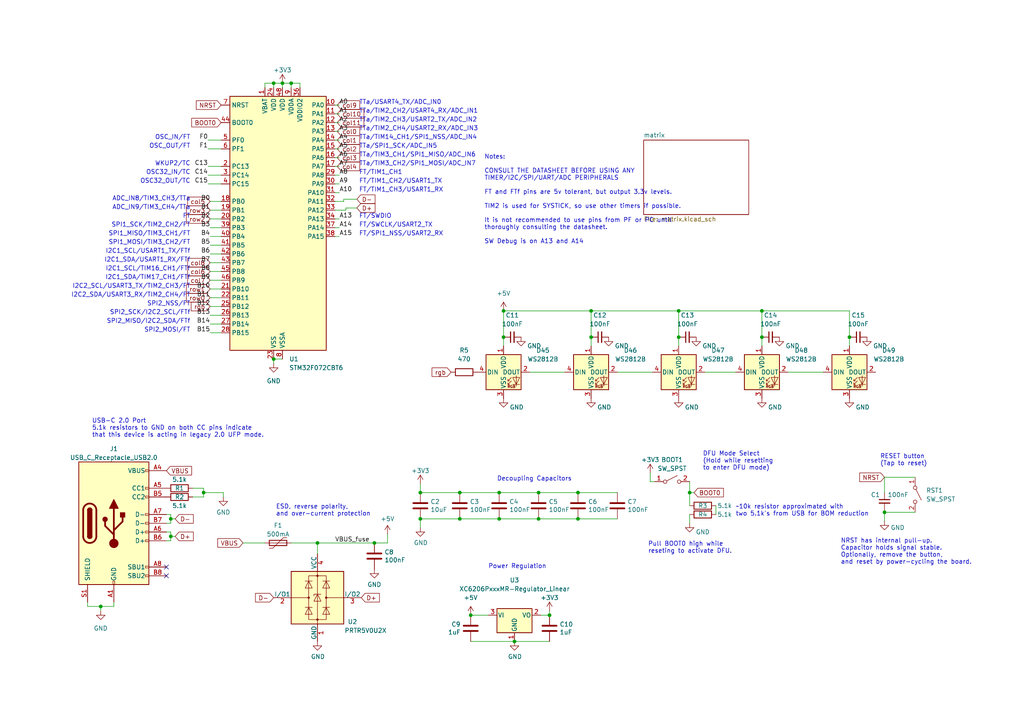
<source format=kicad_sch>
(kicad_sch (version 20231120) (generator "eeschema") (generator_version "8.0")
  (paper "A4")
  (lib_symbols
    (symbol "+5V_1" (power) (pin_names (offset 0))
      (property "Value" "+5V_1" (at 0 3.556 0))
      (symbol "+5V_1_0_1"
        (polyline (pts (xy -0.762 1.27) (xy 0 2.54)))
        (polyline (pts (xy 0 0) (xy 0 2.54)))
        (polyline (pts (xy 0 2.54) (xy 0.762 1.27)))
      )
      (symbol "+5V_1_1_1"
        (pin power_in line (at 0 0 90) (length 0) hide (name "+5V") (number "1"))
      )
    )
    (symbol "Connector:USB_C_Receptacle_USB2.0" (pin_names (offset 1.016))
      (property "Reference" "J" (at -10.16 19.05 0))
      (property "Value" "USB_C_Receptacle_USB2.0" (at 19.05 19.05 0))
      (symbol "USB_C_Receptacle_USB2.0_0_0"
        (rectangle (start -0.254 -17.78) (end 0.254 -16.764))
        (rectangle (start 10.16 -14.986) (end 9.144 -15.494))
        (rectangle (start 10.16 -12.446) (end 9.144 -12.954))
        (rectangle (start 10.16 -4.826) (end 9.144 -5.334))
        (rectangle (start 10.16 -2.286) (end 9.144 -2.794))
        (rectangle (start 10.16 0.254) (end 9.144 -0.254))
        (rectangle (start 10.16 2.794) (end 9.144 2.286))
        (rectangle (start 10.16 7.874) (end 9.144 7.366))
        (rectangle (start 10.16 10.414) (end 9.144 9.906))
        (rectangle (start 10.16 15.494) (end 9.144 14.986))
      )
      (symbol "USB_C_Receptacle_USB2.0_0_1"
        (rectangle (start -10.16 17.78) (end 10.16 -17.78) (stroke (width 0.254)) (fill (type background)))
        (arc (start -8.89 -3.81) (mid -6.985 -5.7067) (end -5.08 -3.81) (stroke (width 0.508)))
        (arc (start -7.62 -3.81) (mid -6.985 -4.4423) (end -6.35 -3.81) (stroke (width 0.254)))
        (arc (start -7.62 -3.81) (mid -6.985 -4.4423) (end -6.35 -3.81) (stroke (width 0.254)) (fill (type outline)))
        (rectangle (start -7.62 -3.81) (end -6.35 3.81) (stroke (width 0.254)) (fill (type outline)))
        (arc (start -6.35 3.81) (mid -6.985 4.4423) (end -7.62 3.81) (stroke (width 0.254)))
        (arc (start -6.35 3.81) (mid -6.985 4.4423) (end -7.62 3.81) (stroke (width 0.254)) (fill (type outline)))
        (arc (start -5.08 3.81) (mid -6.985 5.7067) (end -8.89 3.81) (stroke (width 0.508)))
        (circle (center -2.54 1.143) (radius 0.635) (stroke (width 0.254)) (fill (type outline)))
        (circle (center 0 -5.842) (radius 1.27) (fill (type outline)))
        (polyline (pts (xy -8.89 -3.81) (xy -8.89 3.81)) (stroke (width 0.508)))
        (polyline (pts (xy -5.08 3.81) (xy -5.08 -3.81)) (stroke (width 0.508)))
        (polyline (pts (xy 0 -5.842) (xy 0 4.318)) (stroke (width 0.508)))
        (polyline (pts (xy 0 -3.302) (xy -2.54 -0.762) (xy -2.54 0.508)) (stroke (width 0.508)))
        (polyline (pts (xy 0 -2.032) (xy 2.54 0.508) (xy 2.54 1.778)) (stroke (width 0.508)))
        (polyline (pts (xy -1.27 4.318) (xy 0 6.858) (xy 1.27 4.318) (xy -1.27 4.318)) (stroke (width 0.254)) (fill (type outline)))
        (rectangle (start 1.905 1.778) (end 3.175 3.048) (stroke (width 0.254)) (fill (type outline)))
      )
      (symbol "USB_C_Receptacle_USB2.0_1_1"
        (pin passive line (at 0 -22.86 90) (length 5.08) (name "GND") (number "A1"))
        (pin passive line (at 0 -22.86 90) (length 5.08) hide (name "GND") (number "A12"))
        (pin passive line (at 15.24 15.24 180) (length 5.08) (name "VBUS") (number "A4"))
        (pin bidirectional line (at 15.24 10.16 180) (length 5.08) (name "CC1") (number "A5"))
        (pin bidirectional line (at 15.24 -2.54 180) (length 5.08) (name "D+") (number "A6"))
        (pin bidirectional line (at 15.24 2.54 180) (length 5.08) (name "D-") (number "A7"))
        (pin bidirectional line (at 15.24 -12.7 180) (length 5.08) (name "SBU1") (number "A8"))
        (pin passive line (at 15.24 15.24 180) (length 5.08) hide (name "VBUS") (number "A9"))
        (pin passive line (at 0 -22.86 90) (length 5.08) hide (name "GND") (number "B1"))
        (pin passive line (at 0 -22.86 90) (length 5.08) hide (name "GND") (number "B12"))
        (pin passive line (at 15.24 15.24 180) (length 5.08) hide (name "VBUS") (number "B4"))
        (pin bidirectional line (at 15.24 7.62 180) (length 5.08) (name "CC2") (number "B5"))
        (pin bidirectional line (at 15.24 -5.08 180) (length 5.08) (name "D+") (number "B6"))
        (pin bidirectional line (at 15.24 0 180) (length 5.08) (name "D-") (number "B7"))
        (pin bidirectional line (at 15.24 -15.24 180) (length 5.08) (name "SBU2") (number "B8"))
        (pin passive line (at 15.24 15.24 180) (length 5.08) hide (name "VBUS") (number "B9"))
        (pin passive line (at -7.62 -22.86 90) (length 5.08) (name "SHIELD") (number "S1"))
      )
    )
    (symbol "Device:C" (pin_numbers hide) (pin_names (offset 0.254))
      (property "Reference" "C" (at 0.635 2.54 0))
      (property "Value" "C" (at 0.635 -2.54 0))
      (symbol "C_0_1"
        (polyline (pts (xy -2.032 -0.762) (xy 2.032 -0.762)) (stroke (width 0.508)))
        (polyline (pts (xy -2.032 0.762) (xy 2.032 0.762)) (stroke (width 0.508)))
      )
      (symbol "C_1_1"
        (pin passive line (at 0 3.81 270) (length 2.794) (name "~") (number "1"))
        (pin passive line (at 0 -3.81 90) (length 2.794) (name "~") (number "2"))
      )
    )
    (symbol "Device:C_Small" (pin_numbers hide) (pin_names (offset 0.254) hide)
      (property "Reference" "C" (at 0.254 1.778 0))
      (property "Value" "C_Small" (at 0.254 -2.032 0))
      (symbol "C_Small_0_1"
        (polyline (pts (xy -1.524 -0.508) (xy 1.524 -0.508)) (stroke (width 0.3302)))
        (polyline (pts (xy -1.524 0.508) (xy 1.524 0.508)) (stroke (width 0.3048)))
      )
      (symbol "C_Small_1_1"
        (pin passive line (at 0 2.54 270) (length 2.032) (name "~") (number "1"))
        (pin passive line (at 0 -2.54 90) (length 2.032) (name "~") (number "2"))
      )
    )
    (symbol "Device:Polyfuse" (pin_numbers hide) (pin_names (offset 0))
      (property "Reference" "F" (at -2.54 0 90))
      (property "Value" "Polyfuse" (at 2.54 0 90))
      (symbol "Polyfuse_0_1"
        (rectangle (start -0.762 2.54) (end 0.762 -2.54) (stroke (width 0.254)))
        (polyline (pts (xy 0 2.54) (xy 0 -2.54)))
        (polyline (pts (xy -1.524 2.54) (xy -1.524 1.524) (xy 1.524 -1.524) (xy 1.524 -2.54)))
      )
      (symbol "Polyfuse_1_1"
        (pin passive line (at 0 3.81 270) (length 1.27) (name "~") (number "1"))
        (pin passive line (at 0 -3.81 90) (length 1.27) (name "~") (number "2"))
      )
    )
    (symbol "Device:R" (pin_numbers hide) (pin_names (offset 0))
      (property "Reference" "R" (at 2.032 0 90))
      (property "Value" "R" (at 0 0 90))
      (symbol "R_0_1"
        (rectangle (start -1.016 -2.54) (end 1.016 2.54) (stroke (width 0.254)))
      )
      (symbol "R_1_1"
        (pin passive line (at 0 3.81 270) (length 1.27) (name "~") (number "1"))
        (pin passive line (at 0 -3.81 90) (length 1.27) (name "~") (number "2"))
      )
    )
    (symbol "LED:WS2812B" (pin_names (offset 0.254))
      (property "Reference" "D" (at 5.08 5.715 0))
      (property "Value" "WS2812B" (at 1.27 -5.715 0))
      (symbol "WS2812B_0_0"
        (text "RGB" (at 2.286 -4.191 0) (effects (font (size 0.762 0.762))))
      )
      (symbol "WS2812B_0_1"
        (polyline (pts (xy 1.27 -3.556) (xy 1.778 -3.556)))
        (polyline (pts (xy 1.27 -2.54) (xy 1.778 -2.54)))
        (polyline (pts (xy 4.699 -3.556) (xy 2.667 -3.556)))
        (polyline (pts (xy 2.286 -2.54) (xy 1.27 -3.556) (xy 1.27 -3.048)))
        (polyline (pts (xy 2.286 -1.524) (xy 1.27 -2.54) (xy 1.27 -2.032)))
        (polyline (pts (xy 3.683 -1.016) (xy 3.683 -3.556) (xy 3.683 -4.064)))
        (polyline (pts (xy 4.699 -1.524) (xy 2.667 -1.524) (xy 3.683 -3.556) (xy 4.699 -1.524)))
        (rectangle (start 5.08 5.08) (end -5.08 -5.08) (stroke (width 0.254)) (fill (type background)))
      )
      (symbol "WS2812B_1_1"
        (pin power_in line (at 0 7.62 270) (length 2.54) (name "VDD") (number "1"))
        (pin output line (at 7.62 0 180) (length 2.54) (name "DOUT") (number "2"))
        (pin power_in line (at 0 -7.62 90) (length 2.54) (name "VSS") (number "3"))
        (pin input line (at -7.62 0 0) (length 2.54) (name "DIN") (number "4"))
      )
    )
    (symbol "MCU_ST_STM32F0:STM32F072CBTx"
      (property "Reference" "U" (at -12.7 39.37 0))
      (property "Value" "STM32F072CBTx" (at 10.16 39.37 0))
      (symbol "STM32F072CBTx_0_1"
        (rectangle (start -12.7 -35.56) (end 15.24 38.1) (stroke (width 0.254)) (fill (type background)))
      )
      (symbol "STM32F072CBTx_1_1"
        (pin power_in line (at -2.54 40.64 270) (length 2.54) (name "VBAT") (number "1"))
        (pin bidirectional line (at 17.78 35.56 180) (length 2.54) (name "PA0") (number "10"))
        (pin bidirectional line (at 17.78 33.02 180) (length 2.54) (name "PA1") (number "11"))
        (pin bidirectional line (at 17.78 30.48 180) (length 2.54) (name "PA2") (number "12"))
        (pin bidirectional line (at 17.78 27.94 180) (length 2.54) (name "PA3") (number "13"))
        (pin bidirectional line (at 17.78 25.4 180) (length 2.54) (name "PA4") (number "14"))
        (pin bidirectional line (at 17.78 22.86 180) (length 2.54) (name "PA5") (number "15"))
        (pin bidirectional line (at 17.78 20.32 180) (length 2.54) (name "PA6") (number "16"))
        (pin bidirectional line (at 17.78 17.78 180) (length 2.54) (name "PA7") (number "17"))
        (pin bidirectional line (at -15.24 7.62 0) (length 2.54) (name "PB0") (number "18"))
        (pin bidirectional line (at -15.24 5.08 0) (length 2.54) (name "PB1") (number "19"))
        (pin bidirectional line (at -15.24 17.78 0) (length 2.54) (name "PC13") (number "2"))
        (pin bidirectional line (at -15.24 2.54 0) (length 2.54) (name "PB2") (number "20"))
        (pin bidirectional line (at -15.24 -17.78 0) (length 2.54) (name "PB10") (number "21"))
        (pin bidirectional line (at -15.24 -20.32 0) (length 2.54) (name "PB11") (number "22"))
        (pin power_in line (at 0 -38.1 90) (length 2.54) (name "VSS") (number "23"))
        (pin power_in line (at 0 40.64 270) (length 2.54) (name "VDD") (number "24"))
        (pin bidirectional line (at -15.24 -22.86 0) (length 2.54) (name "PB12") (number "25"))
        (pin bidirectional line (at -15.24 -25.4 0) (length 2.54) (name "PB13") (number "26"))
        (pin bidirectional line (at -15.24 -27.94 0) (length 2.54) (name "PB14") (number "27"))
        (pin bidirectional line (at -15.24 -30.48 0) (length 2.54) (name "PB15") (number "28"))
        (pin bidirectional line (at 17.78 15.24 180) (length 2.54) (name "PA8") (number "29"))
        (pin bidirectional line (at -15.24 15.24 0) (length 2.54) (name "PC14") (number "3"))
        (pin bidirectional line (at 17.78 12.7 180) (length 2.54) (name "PA9") (number "30"))
        (pin bidirectional line (at 17.78 10.16 180) (length 2.54) (name "PA10") (number "31"))
        (pin bidirectional line (at 17.78 7.62 180) (length 2.54) (name "PA11") (number "32"))
        (pin bidirectional line (at 17.78 5.08 180) (length 2.54) (name "PA12") (number "33"))
        (pin bidirectional line (at 17.78 2.54 180) (length 2.54) (name "PA13") (number "34"))
        (pin passive line (at 0 -38.1 90) (length 2.54) hide (name "VSS") (number "35"))
        (pin power_in line (at 7.62 40.64 270) (length 2.54) (name "VDDIO2") (number "36"))
        (pin bidirectional line (at 17.78 0 180) (length 2.54) (name "PA14") (number "37"))
        (pin bidirectional line (at 17.78 -2.54 180) (length 2.54) (name "PA15") (number "38"))
        (pin bidirectional line (at -15.24 0 0) (length 2.54) (name "PB3") (number "39"))
        (pin bidirectional line (at -15.24 12.7 0) (length 2.54) (name "PC15") (number "4"))
        (pin bidirectional line (at -15.24 -2.54 0) (length 2.54) (name "PB4") (number "40"))
        (pin bidirectional line (at -15.24 -5.08 0) (length 2.54) (name "PB5") (number "41"))
        (pin bidirectional line (at -15.24 -7.62 0) (length 2.54) (name "PB6") (number "42"))
        (pin bidirectional line (at -15.24 -10.16 0) (length 2.54) (name "PB7") (number "43"))
        (pin input line (at -15.24 30.48 0) (length 2.54) (name "BOOT0") (number "44"))
        (pin bidirectional line (at -15.24 -12.7 0) (length 2.54) (name "PB8") (number "45"))
        (pin bidirectional line (at -15.24 -15.24 0) (length 2.54) (name "PB9") (number "46"))
        (pin passive line (at 0 -38.1 90) (length 2.54) hide (name "VSS") (number "47"))
        (pin power_in line (at 2.54 40.64 270) (length 2.54) (name "VDD") (number "48"))
        (pin bidirectional line (at -15.24 25.4 0) (length 2.54) (name "PF0") (number "5"))
        (pin bidirectional line (at -15.24 22.86 0) (length 2.54) (name "PF1") (number "6"))
        (pin input line (at -15.24 35.56 0) (length 2.54) (name "NRST") (number "7"))
        (pin power_in line (at 2.54 -38.1 90) (length 2.54) (name "VSSA") (number "8"))
        (pin power_in line (at 5.08 40.64 270) (length 2.54) (name "VDDA") (number "9"))
      )
    )
    (symbol "Power_Protection:PRTR5V0U2X" (pin_names (offset 0))
      (property "Reference" "D" (at 2.794 8.636 0))
      (property "Value" "PRTR5V0U2X" (at 8.128 -9.398 0))
      (symbol "PRTR5V0U2X_0_1"
        (rectangle (start -7.62 -7.62) (end 7.62 7.62) (stroke (width 0.254)) (fill (type background)))
        (circle (center -2.54 0) (radius 0.254) (fill (type outline)))
        (rectangle (start -2.54 6.35) (end 2.54 -6.35))
        (circle (center 0 -6.35) (radius 0.254) (fill (type outline)))
        (polyline (pts (xy -2.54 0) (xy -7.62 0)))
        (polyline (pts (xy -1.524 -2.794) (xy -3.556 -2.794)))
        (polyline (pts (xy -1.524 4.826) (xy -3.556 4.826)))
        (polyline (pts (xy 0 -7.62) (xy 0 7.62)))
        (polyline (pts (xy 1.524 -2.794) (xy 3.556 -2.794)))
        (polyline (pts (xy 1.524 4.826) (xy 3.556 4.826)))
        (polyline (pts (xy 2.54 0) (xy 7.62 0)))
        (polyline (pts (xy 1.016 1.016) (xy -1.016 1.016) (xy -1.016 0.508)))
        (polyline (pts (xy -3.556 -4.826) (xy -1.524 -4.826) (xy -2.54 -2.794) (xy -3.556 -4.826)))
        (polyline (pts (xy -3.556 2.794) (xy -1.524 2.794) (xy -2.54 4.826) (xy -3.556 2.794)))
        (polyline (pts (xy -1.016 -1.016) (xy 1.016 -1.016) (xy 0 1.016) (xy -1.016 -1.016)))
        (polyline (pts (xy 3.556 -4.826) (xy 1.524 -4.826) (xy 2.54 -2.794) (xy 3.556 -4.826)))
        (polyline (pts (xy 3.556 2.794) (xy 1.524 2.794) (xy 2.54 4.826) (xy 3.556 2.794)))
        (circle (center 0 6.35) (radius 0.254) (fill (type outline)))
        (circle (center 2.54 0) (radius 0.254) (fill (type outline)))
      )
      (symbol "PRTR5V0U2X_1_1"
        (pin passive line (at 0 -12.7 90) (length 5.08) (name "GND") (number "1"))
        (pin passive line (at -12.7 0 0) (length 5.08) (name "I/O1") (number "2"))
        (pin passive line (at 12.7 0 180) (length 5.08) (name "I/O2") (number "3"))
        (pin passive line (at 0 12.7 270) (length 5.08) (name "VCC") (number "4"))
      )
    )
    (symbol "Switch:SW_SPST" (pin_names (offset 0) hide)
      (property "Reference" "SW" (at 0 3.175 0))
      (property "Value" "SW_SPST" (at 0 -2.54 0))
      (symbol "SW_SPST_0_0"
        (circle (center -2.032 0) (radius 0.508))
        (polyline (pts (xy -1.524 0.254) (xy 1.524 1.778)))
        (circle (center 2.032 0) (radius 0.508))
      )
      (symbol "SW_SPST_1_1"
        (pin passive line (at -5.08 0 0) (length 2.54) (name "A") (number "1"))
        (pin passive line (at 5.08 0 180) (length 2.54) (name "B") (number "2"))
      )
    )
    (symbol "kicad-keyboard-parts:XC6206PxxxMR-Regulator_Linear" (pin_names (offset 0.254))
      (property "Reference" "U" (at -3.81 3.175 0))
      (property "Value" "XC6206PxxxMR-Regulator_Linear" (at 0 3.175 0))
      (property "LCSC" "C5446" (at 0 0 0))
      (symbol "XC6206PxxxMR-Regulator_Linear_0_1"
        (rectangle (start -5.08 1.905) (end 5.08 -5.08) (stroke (width 0.254)) (fill (type background)))
      )
      (symbol "XC6206PxxxMR-Regulator_Linear_1_1"
        (pin power_in line (at 0 -7.62 90) (length 2.54) (name "GND") (number "1"))
        (pin power_out line (at 7.62 0 180) (length 2.54) (name "VO") (number "2"))
        (pin power_in line (at -7.62 0 0) (length 2.54) (name "VI") (number "3"))
      )
    )
    (symbol "power:+3V3" (power) (pin_names (offset 0))
      (property "Value" "+3V3" (at 0 3.556 0))
      (symbol "+3V3_0_1"
        (polyline (pts (xy -0.762 1.27) (xy 0 2.54)))
        (polyline (pts (xy 0 0) (xy 0 2.54)))
        (polyline (pts (xy 0 2.54) (xy 0.762 1.27)))
      )
      (symbol "+3V3_1_1"
        (pin power_in line (at 0 0 90) (length 0) hide (name "+3V3") (number "1"))
      )
    )
    (symbol "power:+5V" (power) (pin_names (offset 0))
      (property "Value" "+5V" (at 0 3.556 0))
      (symbol "+5V_0_1"
        (polyline (pts (xy -0.762 1.27) (xy 0 2.54)))
        (polyline (pts (xy 0 0) (xy 0 2.54)))
        (polyline (pts (xy 0 2.54) (xy 0.762 1.27)))
      )
      (symbol "+5V_1_1"
        (pin power_in line (at 0 0 90) (length 0) hide (name "+5V") (number "1"))
      )
    )
    (symbol "power:GND" (power) (pin_names (offset 0))
      (property "Value" "GND" (at 0 -3.81 0))
      (symbol "GND_0_1"
        (polyline (pts (xy 0 0) (xy 0 -1.27) (xy 1.27 -1.27) (xy 0 -2.54) (xy -1.27 -1.27) (xy 0 -1.27)))
      )
      (symbol "GND_1_1"
        (pin power_in line (at 0 0 270) (length 0) hide (name "GND") (number "1"))
      )
    )
  )
  (junction (at 200.025 142.875))
  (junction (at 81.915 24.13))
  (junction (at 159.385 178.435))
  (junction (at 59.055 142.875))
  (junction (at 79.375 24.13))
  (junction (at 146.05 97.79))
  (junction (at 146.05 90.17))
  (junction (at 156.21 150.495))
  (junction (at 136.525 178.435))
  (junction (at 220.98 97.79))
  (junction (at 156.21 142.875))
  (junction (at 121.92 150.495))
  (junction (at 220.98 90.17))
  (junction (at 196.85 90.17))
  (junction (at 149.225 186.055) (diameter 0.9144))
  (junction (at 256.54 148.59))
  (junction (at 121.92 142.875))
  (junction (at 79.375 104.14))
  (junction (at 196.85 97.79))
  (junction (at 144.78 150.495))
  (junction (at 133.35 150.495))
  (junction (at 167.64 150.495))
  (junction (at 167.64 142.875))
  (junction (at 246.38 97.79))
  (junction (at 171.45 90.17))
  (junction (at 171.45 97.79))
  (junction (at 92.075 157.48))
  (junction (at 144.78 142.875))
  (junction (at 108.585 157.48))
  (junction (at 49.53 155.575))
  (junction (at 29.21 175.895))
  (junction (at 49.53 150.495))
  (junction (at 133.35 142.875))
  (junction (at 84.455 24.13))
  (no_connect (at 48.26 167.005))
  (no_connect (at 48.26 164.465))
  (wire (pts (xy 167.64 150.495) (xy 179.07 150.495)))
  (wire (pts (xy 48.26 156.845) (xy 49.53 156.845)))
  (wire (pts (xy 60.96 76.2) (xy 64.135 76.2)))
  (wire (pts (xy 98.425 40.64) (xy 97.155 40.64)))
  (wire (pts (xy 29.21 175.895) (xy 33.02 175.895)))
  (wire (pts (xy 60.96 60.96) (xy 64.135 60.96)))
  (wire (pts (xy 86.995 24.13) (xy 86.995 25.4)))
  (wire (pts (xy 246.38 97.79) (xy 246.38 100.33)))
  (wire (pts (xy 171.45 97.79) (xy 171.45 100.33)))
  (wire (pts (xy 48.26 149.225) (xy 49.53 149.225)))
  (wire (pts (xy 98.425 53.34) (xy 97.155 53.34)))
  (wire (pts (xy 59.055 144.145) (xy 59.055 142.875)))
  (wire (pts (xy 144.78 150.495) (xy 133.35 150.495)))
  (wire (pts (xy 171.45 90.17) (xy 171.45 97.79)))
  (wire (pts (xy 146.05 90.17) (xy 171.45 90.17)))
  (wire (pts (xy 55.88 144.145) (xy 59.055 144.145)))
  (wire (pts (xy 146.05 90.17) (xy 146.05 97.79)))
  (wire (pts (xy 98.425 48.26) (xy 97.155 48.26)))
  (wire (pts (xy 220.98 90.17) (xy 246.38 90.17)))
  (wire (pts (xy 49.53 150.495) (xy 49.53 151.765)))
  (wire (pts (xy 59.055 142.875) (xy 59.055 141.605)))
  (wire (pts (xy 189.865 139.7) (xy 188.595 139.7)))
  (wire (pts (xy 29.21 177.165) (xy 29.21 175.895)))
  (wire (pts (xy 84.455 24.13) (xy 84.455 25.4)))
  (wire (pts (xy 98.425 35.56) (xy 97.155 35.56)))
  (wire (pts (xy 59.055 142.875) (xy 64.77 142.875)))
  (wire (pts (xy 144.78 142.875) (xy 133.35 142.875)))
  (wire (pts (xy 60.96 63.5) (xy 64.135 63.5)))
  (wire (pts (xy 84.455 24.13) (xy 86.995 24.13)))
  (wire (pts (xy 200.025 142.875) (xy 201.295 142.875)))
  (wire (pts (xy 60.96 78.74) (xy 64.135 78.74)))
  (wire (pts (xy 79.375 24.13) (xy 79.375 25.4)))
  (wire (pts (xy 55.88 141.605) (xy 59.055 141.605)))
  (wire (pts (xy 149.225 186.055) (xy 159.385 186.055)))
  (wire (pts (xy 60.96 93.98) (xy 64.135 93.98)))
  (wire (pts (xy 79.375 105.41) (xy 79.375 104.14)))
  (wire (pts (xy 60.96 83.82) (xy 64.135 83.82)))
  (wire (pts (xy 98.425 38.1) (xy 97.155 38.1)))
  (wire (pts (xy 256.54 151.13) (xy 256.54 148.59)))
  (wire (pts (xy 60.96 73.66) (xy 64.135 73.66)))
  (wire (pts (xy 136.525 178.435) (xy 141.605 178.435)))
  (wire (pts (xy 207.645 146.685) (xy 207.645 149.225)))
  (wire (pts (xy 156.21 142.875) (xy 167.64 142.875)))
  (wire (pts (xy 98.425 63.5) (xy 97.155 63.5)))
  (wire (pts (xy 246.38 90.17) (xy 246.38 97.79)))
  (wire (pts (xy 60.96 71.12) (xy 64.135 71.12)))
  (wire (pts (xy 108.585 157.48) (xy 112.395 157.48)))
  (wire (pts (xy 188.595 139.7) (xy 188.595 137.16)))
  (wire (pts (xy 100.33 60.325) (xy 100.33 60.96)))
  (wire (pts (xy 60.96 66.04) (xy 64.135 66.04)))
  (wire (pts (xy 76.835 24.13) (xy 76.835 25.4)))
  (wire (pts (xy 98.425 43.18) (xy 97.155 43.18)))
  (wire (pts (xy 60.96 91.44) (xy 64.135 91.44)))
  (wire (pts (xy 256.54 138.43) (xy 265.43 138.43)))
  (wire (pts (xy 204.47 107.95) (xy 213.36 107.95)))
  (wire (pts (xy 156.845 178.435) (xy 159.385 178.435)))
  (wire (pts (xy 144.78 142.875) (xy 156.21 142.875)))
  (wire (pts (xy 98.425 45.72) (xy 97.155 45.72)))
  (wire (pts (xy 200.025 139.7) (xy 200.025 142.875)))
  (wire (pts (xy 84.455 24.13) (xy 81.915 24.13)))
  (wire (pts (xy 60.96 58.42) (xy 64.135 58.42)))
  (wire (pts (xy 256.54 138.43) (xy 256.54 142.875)))
  (wire (pts (xy 98.425 55.88) (xy 97.155 55.88)))
  (wire (pts (xy 60.96 86.36) (xy 64.135 86.36)))
  (wire (pts (xy 70.485 157.48) (xy 76.835 157.48)))
  (wire (pts (xy 196.85 97.79) (xy 196.85 100.33)))
  (wire (pts (xy 100.33 60.96) (xy 97.155 60.96)))
  (wire (pts (xy 121.92 153.035) (xy 121.92 150.495)))
  (wire (pts (xy 49.53 156.845) (xy 49.53 155.575)))
  (wire (pts (xy 60.325 48.26) (xy 64.135 48.26)))
  (wire (pts (xy 60.325 50.8) (xy 64.135 50.8)))
  (wire (pts (xy 48.26 154.305) (xy 49.53 154.305)))
  (wire (pts (xy 84.455 157.48) (xy 92.075 157.48)))
  (wire (pts (xy 79.375 104.14) (xy 81.915 104.14)))
  (wire (pts (xy 167.64 142.875) (xy 179.07 142.875)))
  (wire (pts (xy 121.92 140.335) (xy 121.92 142.875)))
  (wire (pts (xy 60.96 96.52) (xy 64.135 96.52)))
  (wire (pts (xy 220.98 90.17) (xy 220.98 97.79)))
  (wire (pts (xy 256.54 148.59) (xy 256.54 147.955)))
  (wire (pts (xy 49.53 150.495) (xy 50.8 150.495)))
  (wire (pts (xy 79.375 24.13) (xy 81.915 24.13)))
  (wire (pts (xy 256.54 148.59) (xy 265.43 148.59)))
  (wire (pts (xy 200.025 149.225) (xy 200.025 151.765)))
  (wire (pts (xy 60.325 40.64) (xy 64.135 40.64)))
  (wire (pts (xy 60.96 88.9) (xy 64.135 88.9)))
  (wire (pts (xy 60.96 81.28) (xy 64.135 81.28)))
  (wire (pts (xy 25.4 175.895) (xy 29.21 175.895)))
  (wire (pts (xy 112.395 154.94) (xy 112.395 157.48)))
  (wire (pts (xy 76.835 24.13) (xy 79.375 24.13)))
  (wire (pts (xy 60.96 68.58) (xy 64.135 68.58)))
  (wire (pts (xy 200.025 142.875) (xy 200.025 146.685)))
  (wire (pts (xy 48.26 151.765) (xy 49.53 151.765)))
  (wire (pts (xy 99.695 57.785) (xy 99.695 58.42)))
  (wire (pts (xy 228.6 107.95) (xy 238.76 107.95)))
  (wire (pts (xy 25.4 174.625) (xy 25.4 175.895)))
  (wire (pts (xy 103.505 60.325) (xy 100.33 60.325)))
  (wire (pts (xy 49.53 154.305) (xy 49.53 155.575)))
  (wire (pts (xy 98.425 50.8) (xy 97.155 50.8)))
  (wire (pts (xy 98.425 33.02) (xy 97.155 33.02)))
  (wire (pts (xy 98.425 66.04) (xy 97.155 66.04)))
  (wire (pts (xy 196.85 90.17) (xy 220.98 90.17)))
  (wire (pts (xy 49.53 155.575) (xy 50.8 155.575)))
  (wire (pts (xy 133.35 150.495) (xy 121.92 150.495)))
  (wire (pts (xy 196.85 90.17) (xy 196.85 97.79)))
  (wire (pts (xy 159.385 177.165) (xy 159.385 178.435)))
  (wire (pts (xy 64.77 142.875) (xy 64.77 144.145)))
  (wire (pts (xy 33.02 175.895) (xy 33.02 174.625)))
  (wire (pts (xy 99.695 58.42) (xy 97.155 58.42)))
  (wire (pts (xy 92.075 157.48) (xy 92.075 160.655)))
  (wire (pts (xy 220.98 97.79) (xy 220.98 100.33)))
  (wire (pts (xy 60.325 43.18) (xy 64.135 43.18)))
  (wire (pts (xy 103.505 57.785) (xy 99.695 57.785)))
  (wire (pts (xy 149.225 186.055) (xy 136.525 186.055)))
  (wire (pts (xy 92.075 157.48) (xy 108.585 157.48)))
  (wire (pts (xy 146.05 97.79) (xy 146.05 100.33)))
  (wire (pts (xy 98.425 30.48) (xy 97.155 30.48)))
  (wire (pts (xy 98.425 68.58) (xy 97.155 68.58)))
  (wire (pts (xy 81.915 24.13) (xy 81.915 25.4)))
  (wire (pts (xy 133.35 142.875) (xy 121.92 142.875)))
  (wire (pts (xy 179.07 107.95) (xy 189.23 107.95)))
  (wire (pts (xy 49.53 149.225) (xy 49.53 150.495)))
  (wire (pts (xy 153.67 107.95) (xy 163.83 107.95)))
  (wire (pts (xy 144.78 150.495) (xy 156.21 150.495)))
  (wire (pts (xy 156.21 150.495) (xy 167.64 150.495)))
  (wire (pts (xy 171.45 90.17) (xy 196.85 90.17)))
  (wire (pts (xy 60.325 53.34) (xy 64.135 53.34)))
  (text "SPI1_SCK/TIM2_CH2/FT" (at 55.245 66.04 0) (effects (font (size 1.27 1.27)) (justify right bottom)))
  (text "FT/TIM1_CH1" (at 104.14 50.8 0) (effects (font (size 1.27 1.27)) (justify left bottom)))
  (text "FT/TIM1_CH3/USART1_RX" (at 104.14 55.88 0) (effects (font (size 1.27 1.27)) (justify left bottom)))
  (text "SPI2_NSS/FT" (at 55.245 88.9 0) (effects (font (size 1.27 1.27)) (justify right bottom)))
  (text "Notes:\n\nCONSULT THE DATASHEET BEFORE USING ANY \nTIMER/I2C/SPI/UART/ADC PERIPHERALS\n\nFT and FTf pins are 5v tolerant, but output 3.3v levels.\n\nTIM2 is used for SYSTICK, so use other timers if possible.\n\nIt is not recommended to use pins from PF or PC until\nthoroughly consulting the datasheet.\n\nSW Debug is on A13 and A14" (at 140.462 70.866 0) (effects (font (size 1.27 1.27)) (justify left bottom)))
  (text "TTa/TIM2_CH4/USART2_RX/ADC_IN3" (at 104.14 38.1 0) (effects (font (size 1.27 1.27)) (justify left bottom)))
  (text "NRST has internal pull-up.\nCapacitor holds signal stable.\nOptionally, remove the button,\nand reset by power-cycling the board." (at 243.84 163.83 0) (effects (font (size 1.27 1.27)) (justify left bottom)))
  (text "FT/SWDIO" (at 104.14 63.5 0) (effects (font (size 1.27 1.27)) (justify left bottom)))
  (text "Decoupling Capacitors" (at 144.145 139.7 0) (effects (font (size 1.27 1.27)) (justify left bottom)))
  (text "SPI1_MOSI/TIM3_CH2/FT" (at 55.245 71.12 0) (effects (font (size 1.27 1.27)) (justify right bottom)))
  (text "ADC_IN9/TIM3_CH4/TTa" (at 55.245 60.96 0) (effects (font (size 1.27 1.27)) (justify right bottom)))
  (text "I2C2_SCL/USART3_TX/TIM2_CH3/FT" (at 55.245 83.82 0) (effects (font (size 1.27 1.27)) (justify right bottom)))
  (text "SPI2_MISO/I2C2_SDA/FTf" (at 55.245 93.98 0) (effects (font (size 1.27 1.27)) (justify right bottom)))
  (text "FT/SWCLK/USART2_TX" (at 104.14 66.04 0) (effects (font (size 1.27 1.27)) (justify left bottom)))
  (text "I2C1_SCL/TIM16_CH1/FTf" (at 55.245 78.74 0) (effects (font (size 1.27 1.27)) (justify right bottom)))
  (text "~10k resistor approximated with\ntwo 5.1k's from USB for BOM reduction" (at 213.36 149.86 0) (effects (font (size 1.27 1.27)) (justify left bottom)))
  (text "TTa/TIM2_CH2/USART4_RX/ADC_IN1" (at 104.14 33.02 0) (effects (font (size 1.27 1.27)) (justify left bottom)))
  (text "USB-C 2.0 Port\n5.1k resistors to GND on both CC pins indicate\nthat this device is acting in legacy 2.0 UFP mode." (at 26.67 127 0) (effects (font (size 1.27 1.27)) (justify left bottom)))
  (text "TTa/TIM2_CH3/USART2_TX/ADC_IN2" (at 104.14 35.56 0) (effects (font (size 1.27 1.27)) (justify left bottom)))
  (text "OSC_IN/FT" (at 55.245 40.64 0) (effects (font (size 1.27 1.27)) (justify right bottom)))
  (text "DFU Mode Select\n(Hold while resetting\nto enter DFU mode)" (at 203.835 136.525 0) (effects (font (size 1.27 1.27)) (justify left bottom)))
  (text "WKUP2/TC" (at 55.245 48.26 0) (effects (font (size 1.27 1.27)) (justify right bottom)))
  (text "I2C2_SDA/USART3_RX/TIM2_CH4/FT" (at 55.245 86.36 0) (effects (font (size 1.27 1.27)) (justify right bottom)))
  (text "ADC_IN8/TIM3_CH3/TTa" (at 55.245 58.42 0) (effects (font (size 1.27 1.27)) (justify right bottom)))
  (text "RESET button\n(Tap to reset)" (at 255.27 135.255 0) (effects (font (size 1.27 1.27)) (justify left bottom)))
  (text "Pull BOOT0 high while \nreseting to activate DFU." (at 187.96 160.655 0) (effects (font (size 1.27 1.27)) (justify left bottom)))
  (text "I2C1_SDA/TIM17_CH1/FTf" (at 55.245 81.28 0) (effects (font (size 1.27 1.27)) (justify right bottom)))
  (text "TTa/SPI1_SCK/ADC_IN5" (at 104.14 43.18 0) (effects (font (size 1.27 1.27)) (justify left bottom)))
  (text "TTa/TIM3_CH1/SPI1_MISO/ADC_IN6" (at 104.14 45.72 0) (effects (font (size 1.27 1.27)) (justify left bottom)))
  (text "TTa/TIM3_CH2/SPI1_MOSI/ADC_IN7" (at 104.14 48.26 0) (effects (font (size 1.27 1.27)) (justify left bottom)))
  (text "OSC32_OUT/TC" (at 55.245 53.34 0) (effects (font (size 1.27 1.27)) (justify right bottom)))
  (text "FT/SPI1_NSS/USART2_RX" (at 104.14 68.58 0) (effects (font (size 1.27 1.27)) (justify left bottom)))
  (text "SPI1_MISO/TIM3_CH1/FT" (at 55.245 68.58 0) (effects (font (size 1.27 1.27)) (justify right bottom)))
  (text "OSC32_IN/TC" (at 55.245 50.8 0) (effects (font (size 1.27 1.27)) (justify right bottom)))
  (text "TTa/TIM14_CH1/SPI1_NSS/ADC_IN4" (at 104.14 40.64 0) (effects (font (size 1.27 1.27)) (justify left bottom)))
  (text "I2C1_SDA/USART1_RX/FTf" (at 55.245 76.2 0) (effects (font (size 1.27 1.27)) (justify right bottom)))
  (text "SPI2_MOSI/FT" (at 55.245 96.52 0) (effects (font (size 1.27 1.27)) (justify right bottom)))
  (text "FT/TIM1_CH2/USART1_TX" (at 104.14 53.34 0) (effects (font (size 1.27 1.27)) (justify left bottom)))
  (text "Power Regulation" (at 141.605 165.1 0) (effects (font (size 1.27 1.27)) (justify left bottom)))
  (text "SPI2_SCK/I2C2_SCL/FTf" (at 55.245 91.44 0) (effects (font (size 1.27 1.27)) (justify right bottom)))
  (text "OSC_OUT/FT" (at 55.245 43.18 0) (effects (font (size 1.27 1.27)) (justify right bottom)))
  (text "ESD, reverse polarity,\nand over-current protection" (at 80.01 149.86 0) (effects (font (size 1.27 1.27)) (justify left bottom)))
  (text "FT" (at 55.245 63.5 0) (effects (font (size 1.27 1.27)) (justify right bottom)))
  (text "TTa/USART4_TX/ADC_IN0" (at 104.14 30.48 0) (effects (font (size 1.27 1.27)) (justify left bottom)))
  (text "I2C1_SCL/USART1_TX/FTf" (at 55.245 73.66 0) (effects (font (size 1.27 1.27)) (justify right bottom)))
  (label "A1" (at 98.425 33.02 0))
  (label "A3" (at 98.425 38.1 0))
  (label "A13" (at 98.425 63.5 0))
  (label "A10" (at 98.425 55.88 0))
  (label "B7" (at 60.96 76.2 180))
  (label "B13" (at 60.96 91.44 180))
  (label "A6" (at 98.425 45.72 0))
  (label "B1" (at 60.96 60.96 180))
  (label "B9" (at 60.96 81.28 180))
  (label "B5" (at 60.96 71.12 180))
  (label "B14" (at 60.96 93.98 180))
  (label "A8" (at 98.425 50.8 0))
  (label "B0" (at 60.96 58.42 180))
  (label "A9" (at 98.425 53.34 0))
  (label "VBUS_fuse" (at 97.155 157.48 0))
  (label "A2" (at 98.425 35.56 0))
  (label "B8" (at 60.96 78.74 180))
  (label "A4" (at 98.425 40.64 0))
  (label "B12" (at 60.96 88.9 180))
  (label "B4" (at 60.96 68.58 180))
  (label "C14" (at 60.325 50.8 180))
  (label "B6" (at 60.96 73.66 180))
  (label "B15" (at 60.96 96.52 180))
  (label "A14" (at 98.425 66.04 0))
  (label "B10" (at 60.96 83.82 180))
  (label "B11" (at 60.96 86.36 180))
  (label "C15" (at 60.325 53.34 180))
  (label "B3" (at 60.96 66.04 180))
  (label "A0" (at 98.425 30.48 0))
  (label "B2" (at 60.96 63.5 180))
  (label "F1" (at 60.325 43.18 180))
  (label "A5" (at 98.425 43.18 0))
  (label "A7" (at 98.425 48.26 0))
  (label "C13" (at 60.325 48.26 180))
  (label "F0" (at 60.325 40.64 180))
  (label "A15" (at 98.425 68.58 0))
  (global_label "col4" (shape input) (at 97.79 48.26 0) (property "Intersheetrefs" "${INTERSHEET_REFS}" (effects (hide yes))))
  (global_label "col3" (shape input) (at 97.79 45.72 0) (property "Intersheetrefs" "${INTERSHEET_REFS}" (effects (hide yes))))
  (global_label "row3" (shape input) (at 60.96 60.96 180) (property "Intersheetrefs" "${INTERSHEET_REFS}" (effects (hide yes))))
  (global_label "col10" (shape input) (at 97.79 33.02 0) (property "Intersheetrefs" "${INTERSHEET_REFS}" (effects (hide yes))))
  (global_label "col5" (shape input) (at 60.96 58.42 180) (property "Intersheetrefs" "${INTERSHEET_REFS}" (effects (hide yes))))
  (global_label "col11" (shape input) (at 97.79 35.56 0) (property "Intersheetrefs" "${INTERSHEET_REFS}" (effects (hide yes))))
  (global_label "VBUS" (shape input) (at 70.485 157.48 180) (property "Intersheetrefs" "${INTERSHEET_REFS}" (effects (hide yes))))
  (global_label "D-" (shape input) (at 103.505 57.785 0) (property "Intersheetrefs" "${INTERSHEET_REFS}" (effects (hide yes))))
  (global_label "rgb" (shape input) (at 130.81 107.95 180) (property "Intersheetrefs" "${INTERSHEET_REFS}" (effects (hide yes))))
  (global_label "D-" (shape input) (at 79.375 173.355 180) (property "Intersheetrefs" "${INTERSHEET_REFS}" (effects (hide yes))))
  (global_label "BOOT0" (shape input) (at 64.135 35.56 180) (property "Intersheetrefs" "${INTERSHEET_REFS}" (effects (hide yes))))
  (global_label "rgb" (shape input) (at 60.96 88.9 180) (property "Intersheetrefs" "${INTERSHEET_REFS}" (effects (hide yes))))
  (global_label "D+" (shape input) (at 103.505 60.325 0) (property "Intersheetrefs" "${INTERSHEET_REFS}" (effects (hide yes))))
  (global_label "col6" (shape input) (at 60.96 78.74 180) (property "Intersheetrefs" "${INTERSHEET_REFS}" (effects (hide yes))))
  (global_label "D+" (shape input) (at 104.775 173.355 0) (property "Intersheetrefs" "${INTERSHEET_REFS}" (effects (hide yes))))
  (global_label "col9" (shape input) (at 97.79 30.48 0) (property "Intersheetrefs" "${INTERSHEET_REFS}" (effects (hide yes))))
  (global_label "D-" (shape input) (at 50.8 150.495 0) (property "Intersheetrefs" "${INTERSHEET_REFS}" (effects (hide yes))))
  (global_label "row0" (shape input) (at 60.96 86.36 180) (property "Intersheetrefs" "${INTERSHEET_REFS}" (effects (hide yes))))
  (global_label "col8" (shape input) (at 60.96 76.2 180) (property "Intersheetrefs" "${INTERSHEET_REFS}" (effects (hide yes))))
  (global_label "col2" (shape input) (at 97.79 43.18 0) (property "Intersheetrefs" "${INTERSHEET_REFS}" (effects (hide yes))))
  (global_label "col7" (shape input) (at 60.96 81.28 180) (property "Intersheetrefs" "${INTERSHEET_REFS}" (effects (hide yes))))
  (global_label "col0" (shape input) (at 97.79 38.1 0) (property "Intersheetrefs" "${INTERSHEET_REFS}" (effects (hide yes))))
  (global_label "row2" (shape input) (at 60.96 63.5 180) (property "Intersheetrefs" "${INTERSHEET_REFS}" (effects (hide yes))))
  (global_label "row1" (shape input) (at 60.96 83.82 180) (property "Intersheetrefs" "${INTERSHEET_REFS}" (effects (hide yes))))
  (global_label "NRST" (shape input) (at 256.54 138.43 180) (property "Intersheetrefs" "${INTERSHEET_REFS}" (effects (hide yes))))
  (global_label "NRST" (shape input) (at 64.135 30.48 180) (property "Intersheetrefs" "${INTERSHEET_REFS}" (effects (hide yes))))
  (global_label "BOOT0" (shape input) (at 201.295 142.875 0) (property "Intersheetrefs" "${INTERSHEET_REFS}" (effects (hide yes))))
  (global_label "col1" (shape input) (at 97.79 40.64 0) (property "Intersheetrefs" "${INTERSHEET_REFS}" (effects (hide yes))))
  (global_label "D+" (shape input) (at 50.8 155.575 0) (property "Intersheetrefs" "${INTERSHEET_REFS}" (effects (hide yes))))
  (global_label "VBUS" (shape input) (at 48.26 136.525 0) (property "Intersheetrefs" "${INTERSHEET_REFS}" (effects (hide yes))))
  (symbol (lib_id "Connector:USB_C_Receptacle_USB2.0") (at 33.02 151.765 0) (unit 1)
    (property "Reference" "J1" (at 33.02 130.175 0))
    (property "Value" "USB_C_Receptacle_USB2.0" (at 33.02 132.715 0))
    (property "Footprint" "Connector_USB:USB_C_Receptacle_HRO_TYPE-C-31-M-12" (effects (hide yes)))
    (property "Datasheet" "https://www.usb.org/sites/default/files/documents/usb_type-c.zip" (effects (hide yes)))
    (property "JlcRotOffset" "180" (effects (hide yes)))
    (property "JlcPosOffset" "0,1.5" (effects (hide yes)))
  )
  (symbol (lib_id "power:+3V3") (at 81.915 24.13 0) (unit 1)
    (property "Reference" "#PWR01" (effects (hide yes)))
    (property "Value" "+3V3" (at 81.915 20.32 0))
  )
  (symbol (lib_id "Device:R") (at 203.835 146.685 90) (unit 1)
    (property "Reference" "R3" (at 203.835 146.685 90))
    (property "Value" "5.1k" (at 210.185 146.685 90))
    (property "Footprint" "Resistor_SMD:R_0402_1005Metric" (effects (hide yes)))
  )
  (symbol (lib_id "Device:C") (at 108.585 161.29 0) (unit 1)
    (property "Reference" "C8" (at 111.506 160.1216 0) (effects (justify left)))
    (property "Value" "100nF" (at 111.506 162.433 0) (effects (justify left)))
    (property "Footprint" "Capacitor_SMD:C_0402_1005Metric" (effects (hide yes)))
    (property "LCSC" "C307331" (effects (hide yes)))
  )
  (symbol (lib_id "LED:WS2812B") (at 220.98 107.95 0) (unit 1)
    (property "Reference" "D48" (at 232.41 101.6314 0))
    (property "Value" "WS2812B" (at 232.41 104.1714 0))
    (property "Footprint" "LED_SMD:LED_WS2812B_PLCC4_5.0x5.0mm_P3.2mm" (effects (hide yes)))
    (property "Datasheet" "https://cdn-shop.adafruit.com/datasheets/WS2812B.pdf" (effects (hide yes)))
    (property "Description" "RGB LED with integrated controller" (effects (hide yes)))
  )
  (symbol (lib_id "Device:Polyfuse") (at 80.645 157.48 90) (unit 1)
    (property "Reference" "F1" (at 80.645 152.4 90))
    (property "Value" "500mA" (at 80.645 154.94 90))
    (property "Footprint" "Fuse:Fuse_1206_3216Metric" (effects (hide yes)))
    (property "LCSC" "C135341" (effects (hide yes)))
  )
  (symbol (lib_id "power:GND") (at 79.375 105.41 0) (unit 1)
    (property "Reference" "#PWR02" (effects (hide yes)))
    (property "Value" "GND" (at 79.375 110.49 0))
  )
  (symbol (lib_id "power:GND") (at 64.77 144.145 0) (unit 1)
    (property "Reference" "#PWR05" (effects (hide yes)))
    (property "Value" "GND" (at 64.77 148.59 0))
  )
  (symbol (lib_id "power:GND") (at 246.38 115.57 0) (unit 1)
    (property "Reference" "#PWR022" (effects (hide yes)))
    (property "Value" "GND" (at 250.19 118.11 0))
  )
  (symbol (lib_id "LED:WS2812B") (at 171.45 107.95 0) (unit 1)
    (property "Reference" "D46" (at 182.88 101.6314 0))
    (property "Value" "WS2812B" (at 182.88 104.1714 0))
    (property "Footprint" "LED_SMD:LED_WS2812B_PLCC4_5.0x5.0mm_P3.2mm" (effects (hide yes)))
    (property "Datasheet" "https://cdn-shop.adafruit.com/datasheets/WS2812B.pdf" (effects (hide yes)))
    (property "Description" "RGB LED with integrated controller" (effects (hide yes)))
  )
  (symbol (lib_id "power:GND") (at 121.92 153.035 0) (unit 1)
    (property "Reference" "#PWR08" (effects (hide yes)))
    (property "Value" "GND" (at 122.047 157.4292 0))
  )
  (symbol (lib_id "Device:C_Small") (at 223.52 97.79 90) (unit 1)
    (property "Reference" "C14" (at 223.5263 91.44 90))
    (property "Value" "100nF" (at 223.5263 93.98 90))
    (property "Footprint" "Keebio-Parts:C_0402" (effects (hide yes)))
    (property "Description" "Unpolarized capacitor, small symbol" (effects (hide yes)))
  )
  (symbol (lib_id "MCU_ST_STM32F0:STM32F072CBTx") (at 79.375 66.04 0) (unit 1)
    (property "Reference" "U1" (at 83.8709 104.14 0) (effects (justify left)))
    (property "Value" "STM32F072CBT6" (at 83.8709 106.68 0) (effects (justify left)))
    (property "Footprint" "Package_QFP:LQFP-48_7x7mm_P0.5mm" (effects (hide yes)))
    (property "Datasheet" "https://www.st.com/resource/en/datasheet/stm32f072cb.pdf" (effects (hide yes)))
    (property "JlcRotOffset" "90" (effects (hide yes)))
  )
  (symbol (lib_id "power:GND") (at 176.53 97.79 0) (unit 1)
    (property "Reference" "#PWR024" (effects (hide yes)))
    (property "Value" "GND" (at 180.34 100.33 0))
  )
  (symbol (lib_id "Device:C") (at 167.64 146.685 0) (unit 1)
    (property "Reference" "C6" (at 170.561 145.5166 0) (effects (justify left)))
    (property "Value" "100nF" (at 170.561 147.828 0) (effects (justify left)))
    (property "Footprint" "Capacitor_SMD:C_0402_1005Metric" (effects (hide yes)))
    (property "LCSC" "C307331" (effects (hide yes)))
  )
  (symbol (lib_id "LED:WS2812B") (at 196.85 107.95 0) (unit 1)
    (property "Reference" "D47" (at 208.28 101.6314 0))
    (property "Value" "WS2812B" (at 208.28 104.1714 0))
    (property "Footprint" "LED_SMD:LED_WS2812B_PLCC4_5.0x5.0mm_P3.2mm" (effects (hide yes)))
    (property "Datasheet" "https://cdn-shop.adafruit.com/datasheets/WS2812B.pdf" (effects (hide yes)))
    (property "Description" "RGB LED with integrated controller" (effects (hide yes)))
  )
  (symbol (lib_id "power:+3V3") (at 121.92 140.335 0) (unit 1)
    (property "Reference" "#PWR04" (effects (hide yes)))
    (property "Value" "+3V3" (at 121.92 136.525 0))
  )
  (symbol (lib_id "power:GND") (at 146.05 115.57 0) (unit 1)
    (property "Reference" "#PWR018" (effects (hide yes)))
    (property "Value" "GND" (at 149.86 118.11 0))
  )
  (symbol (lib_id "power:GND") (at 29.21 177.165 0) (unit 1)
    (property "Reference" "#PWR011" (effects (hide yes)))
    (property "Value" "GND" (at 29.21 182.245 0))
  )
  (symbol (lib_id "Device:C") (at 159.385 182.245 0) (unit 1)
    (property "Reference" "C10" (at 162.306 181.0766 0) (effects (justify left)))
    (property "Value" "1uF" (at 162.306 183.388 0) (effects (justify left)))
    (property "Footprint" "Capacitor_SMD:C_0402_1005Metric" (effects (hide yes)))
    (property "LCSC" "C307331" (effects (hide yes)))
  )
  (symbol (lib_id "LED:WS2812B") (at 146.05 107.95 0) (unit 1)
    (property "Reference" "D45" (at 157.48 101.6314 0))
    (property "Value" "WS2812B" (at 157.48 104.1714 0))
    (property "Footprint" "LED_SMD:LED_WS2812B_PLCC4_5.0x5.0mm_P3.2mm" (effects (hide yes)))
    (property "Datasheet" "https://cdn-shop.adafruit.com/datasheets/WS2812B.pdf" (effects (hide yes)))
    (property "Description" "RGB LED with integrated controller" (effects (hide yes)))
  )
  (symbol (lib_id "Device:C_Small") (at 148.59 97.79 90) (unit 1)
    (property "Reference" "C11" (at 148.5963 91.44 90))
    (property "Value" "100nF" (at 148.5963 93.98 90))
    (property "Footprint" "Keebio-Parts:C_0402" (effects (hide yes)))
    (property "Description" "Unpolarized capacitor, small symbol" (effects (hide yes)))
  )
  (symbol (lib_id "power:GND") (at 201.93 97.79 0) (unit 1)
    (property "Reference" "#PWR026" (effects (hide yes)))
    (property "Value" "GND" (at 205.74 100.33 0))
  )
  (symbol (lib_id "kicad-keyboard-parts:XC6206PxxxMR-Regulator_Linear") (at 149.225 178.435 0) (unit 1)
    (property "Reference" "U3" (at 149.225 168.275 0))
    (property "Value" "XC6206PxxxMR-Regulator_Linear" (at 149.225 170.815 0))
    (property "Footprint" "Package_TO_SOT_SMD:SOT-23" (effects (hide yes)))
    (property "Datasheet" "https://www.torexsemi.com/file/xc6206/XC6206.pdf" (effects (hide yes)))
    (property "LCSC" "C5446" (effects (hide yes)))
  )
  (symbol (lib_id "power:GND") (at 200.025 151.765 0) (unit 1)
    (property "Reference" "#PWR07" (effects (hide yes)))
    (property "Value" "GND" (at 203.835 154.305 0))
  )
  (symbol (lib_id "power:+3V3") (at 188.595 137.16 0) (mirror y) (unit 1)
    (property "Reference" "#PWR03" (effects (hide yes)))
    (property "Value" "+3V3" (at 188.595 133.35 0))
  )
  (symbol (lib_id "power:GND") (at 196.85 115.57 0) (unit 1)
    (property "Reference" "#PWR020" (effects (hide yes)))
    (property "Value" "GND" (at 200.66 118.11 0))
  )
  (symbol (lib_id "LED:WS2812B") (at 246.38 107.95 0) (unit 1)
    (property "Reference" "D49" (at 257.81 101.6314 0))
    (property "Value" "WS2812B" (at 257.81 104.1714 0))
    (property "Footprint" "LED_SMD:LED_WS2812B_PLCC4_5.0x5.0mm_P3.2mm" (effects (hide yes)))
    (property "Datasheet" "https://cdn-shop.adafruit.com/datasheets/WS2812B.pdf" (effects (hide yes)))
    (property "Description" "RGB LED with integrated controller" (effects (hide yes)))
  )
  (symbol (lib_id "power:GND") (at 220.98 115.57 0) (unit 1)
    (property "Reference" "#PWR021" (effects (hide yes)))
    (property "Value" "GND" (at 224.79 118.11 0))
  )
  (symbol (lib_id "power:+3V3") (at 159.385 177.165 0) (unit 1)
    (property "Reference" "#PWR012" (effects (hide yes)))
    (property "Value" "+3V3" (at 159.385 173.355 0))
  )
  (symbol (lib_name "+5V_1") (lib_id "power:+5V") (at 112.395 154.94 0) (unit 1)
    (property "Reference" "#PWR09" (effects (hide yes)))
    (property "Value" "+5V" (at 112.395 150.495 0))
  )
  (symbol (lib_id "Device:R") (at 52.07 141.605 270) (unit 1)
    (property "Reference" "R1" (at 52.07 141.605 90))
    (property "Value" "5.1k" (at 52.07 139.065 90))
    (property "Footprint" "Resistor_SMD:R_0402_1005Metric" (effects (hide yes)))
  )
  (symbol (lib_id "power:GND") (at 108.585 165.1 0) (unit 1)
    (property "Reference" "#PWR010" (effects (hide yes)))
    (property "Value" "GND" (at 108.585 169.545 0))
  )
  (symbol (lib_id "power:GND") (at 149.225 186.055 0) (unit 1)
    (property "Reference" "#PWR015" (effects (hide yes)))
    (property "Value" "GND" (at 149.352 190.4492 0))
  )
  (symbol (lib_id "power:GND") (at 226.06 97.79 0) (unit 1)
    (property "Reference" "#PWR028" (effects (hide yes)))
    (property "Value" "GND" (at 229.87 100.33 0))
  )
  (symbol (lib_id "Device:C_Small") (at 173.99 97.79 90) (unit 1)
    (property "Reference" "C12" (at 173.9963 91.44 90))
    (property "Value" "100nF" (at 173.9963 93.98 90))
    (property "Footprint" "Keebio-Parts:C_0402" (effects (hide yes)))
    (property "Description" "Unpolarized capacitor, small symbol" (effects (hide yes)))
    (property "JLC Part Number" "C1525" (effects (hide yes)))
  )
  (symbol (lib_id "power:+5V") (at 136.525 178.435 0) (unit 1)
    (property "Reference" "#PWR013" (effects (hide yes)))
    (property "Value" "+5V" (at 136.525 173.355 0))
  )
  (symbol (lib_id "power:GND") (at 251.46 97.79 0) (unit 1)
    (property "Reference" "#PWR030" (effects (hide yes)))
    (property "Value" "GND" (at 255.27 100.33 0))
  )
  (symbol (lib_id "power:+5V") (at 146.05 90.17 0) (unit 1)
    (property "Reference" "#PWR017" (effects (hide yes)))
    (property "Value" "+5V" (at 146.05 85.09 0))
  )
  (symbol (lib_id "Switch:SW_SPST") (at 194.945 139.7 0) (unit 1)
    (property "Reference" "BOOT1" (at 194.945 133.35 0))
    (property "Value" "SW_SPST" (at 194.945 135.89 0))
    (property "Footprint" "Button_Switch_SMD:SW_SPST_TL3342" (effects (hide yes)))
  )
  (symbol (lib_id "Device:C") (at 144.78 146.685 0) (unit 1)
    (property "Reference" "C4" (at 147.701 145.5166 0) (effects (justify left)))
    (property "Value" "100nF" (at 147.701 147.828 0) (effects (justify left)))
    (property "Footprint" "Capacitor_SMD:C_0402_1005Metric" (effects (hide yes)))
    (property "LCSC" "C307331" (effects (hide yes)))
  )
  (symbol (lib_id "power:GND") (at 151.13 97.79 0) (unit 1)
    (property "Reference" "#PWR016" (effects (hide yes)))
    (property "Value" "GND" (at 154.94 100.33 0))
  )
  (symbol (lib_id "Device:R") (at 134.62 107.95 90) (unit 1)
    (property "Reference" "R5" (at 134.62 101.6 90))
    (property "Value" "470" (at 134.62 104.14 90))
    (property "Footprint" "Keebio-Parts:R_0402" (effects (hide yes)))
    (property "Description" "Resistor" (effects (hide yes)))
    (property "JLC Part Number" "C25167" (effects (hide yes)))
  )
  (symbol (lib_id "power:GND") (at 256.54 151.13 0) (mirror y) (unit 1)
    (property "Reference" "#PWR06" (effects (hide yes)))
    (property "Value" "GND" (at 260.35 153.035 0))
  )
  (symbol (lib_id "Device:C") (at 133.35 146.685 0) (unit 1)
    (property "Reference" "C3" (at 136.271 145.5166 0) (effects (justify left)))
    (property "Value" "100nF" (at 136.271 147.828 0) (effects (justify left)))
    (property "Footprint" "Capacitor_SMD:C_0402_1005Metric" (effects (hide yes)))
    (property "LCSC" "C307331" (effects (hide yes)))
  )
  (symbol (lib_id "Device:C") (at 156.21 146.685 0) (unit 1)
    (property "Reference" "C5" (at 159.131 145.5166 0) (effects (justify left)))
    (property "Value" "100nF" (at 159.131 147.828 0) (effects (justify left)))
    (property "Footprint" "Capacitor_SMD:C_0402_1005Metric" (effects (hide yes)))
    (property "LCSC" "C307331" (effects (hide yes)))
  )
  (symbol (lib_id "Device:C_Small") (at 248.92 97.79 90) (unit 1)
    (property "Reference" "C15" (at 248.9263 91.44 90))
    (property "Value" "100nF" (at 248.9263 93.98 90))
    (property "Footprint" "Keebio-Parts:C_0402" (effects (hide yes)))
    (property "Description" "Unpolarized capacitor, small symbol" (effects (hide yes)))
  )
  (symbol (lib_id "Device:C") (at 136.525 182.245 0) (mirror y) (unit 1)
    (property "Reference" "C9" (at 133.604 181.0766 0) (effects (justify left)))
    (property "Value" "1uF" (at 133.604 183.388 0) (effects (justify left)))
    (property "Footprint" "Capacitor_SMD:C_0402_1005Metric" (effects (hide yes)))
    (property "LCSC" "C307331" (effects (hide yes)))
  )
  (symbol (lib_id "Power_Protection:PRTR5V0U2X") (at 92.075 173.355 0) (unit 1)
    (property "Reference" "U2" (at 102.235 180.34 0))
    (property "Value" "PRTR5V0U2X" (at 106.045 182.88 0))
    (property "Footprint" "Package_TO_SOT_SMD:SOT-143" (effects (hide yes)))
    (property "Datasheet" "https://assets.nexperia.com/documents/data-sheet/PRTR5V0U2X.pdf" (effects (hide yes)))
    (property "LCSC" "C2827688" (effects (hide yes)))
    (property "JlcRotOffset" "90" (effects (hide yes)))
  )
  (symbol (lib_id "Device:C_Small") (at 199.39 97.79 90) (unit 1)
    (property "Reference" "C13" (at 199.3963 91.44 90))
    (property "Value" "100nF" (at 199.3963 93.98 90))
    (property "Footprint" "Keebio-Parts:C_0402" (effects (hide yes)))
    (property "Description" "Unpolarized capacitor, small symbol" (effects (hide yes)))
  )
  (symbol (lib_id "Device:C") (at 121.92 146.685 0) (unit 1)
    (property "Reference" "C2" (at 124.841 145.5166 0) (effects (justify left)))
    (property "Value" "10uF" (at 124.841 147.828 0) (effects (justify left)))
    (property "Footprint" "Capacitor_SMD:C_0402_1005Metric" (effects (hide yes)))
    (property "LCSC" "C52923" (effects (hide yes)))
  )
  (symbol (lib_id "power:GND") (at 92.075 186.055 0) (unit 1)
    (property "Reference" "#PWR014" (effects (hide yes)))
    (property "Value" "GND" (at 92.202 190.4492 0))
  )
  (symbol (lib_id "Device:R") (at 203.835 149.225 270) (mirror x) (unit 1)
    (property "Reference" "R4" (at 203.835 149.225 90))
    (property "Value" "5.1k" (at 210.185 149.225 90))
    (property "Footprint" "Resistor_SMD:R_0402_1005Metric" (effects (hide yes)))
  )
  (symbol (lib_id "Switch:SW_SPST") (at 265.43 143.51 270) (unit 1)
    (property "Reference" "RST1" (at 268.605 142.24 90) (effects (justify left)))
    (property "Value" "SW_SPST" (at 268.605 144.78 90) (effects (justify left)))
    (property "Footprint" "Button_Switch_SMD:SW_SPST_TL3342" (effects (hide yes)))
  )
  (symbol (lib_id "power:GND") (at 171.45 115.57 0) (unit 1)
    (property "Reference" "#PWR019" (effects (hide yes)))
    (property "Value" "GND" (at 175.26 118.11 0))
  )
  (symbol (lib_id "Device:C_Small") (at 256.54 145.415 0) (mirror y) (unit 1)
    (property "Reference" "C1" (at 255.27 143.51 0) (effects (justify left)))
    (property "Value" "100nF" (at 263.525 143.51 0) (effects (justify left)))
    (property "Footprint" "Capacitor_SMD:C_0402_1005Metric" (effects (hide yes)))
    (property "LCSC" "C307331" (effects (hide yes)))
  )
  (symbol (lib_id "Device:R") (at 52.07 144.145 90) (unit 1)
    (property "Reference" "R2" (at 52.07 144.145 90))
    (property "Value" "5.1k" (at 52.07 146.685 90))
    (property "Footprint" "Resistor_SMD:R_0402_1005Metric" (effects (hide yes)))
  )
  (symbol (lib_id "Device:C") (at 179.07 146.685 0) (unit 1)
    (property "Reference" "C7" (at 181.991 145.5166 0) (effects (justify left)))
    (property "Value" "100nF" (at 181.991 147.828 0) (effects (justify left)))
    (property "Footprint" "Capacitor_SMD:C_0402_1005Metric" (effects (hide yes)))
    (property "LCSC" "C307331" (effects (hide yes)))
  )
  (sheet (at 186.69 40.64) (size 30.48 21.59) (stroke (width 0.1524))
    (property "Sheetname" "matrix" (at 186.69 39.9284 0) (effects (justify left bottom)))
    (property "Sheetfile" "matrix.kicad_sch" (at 186.69 62.8146 0) (effects (justify left top)))
  )
)
</source>
